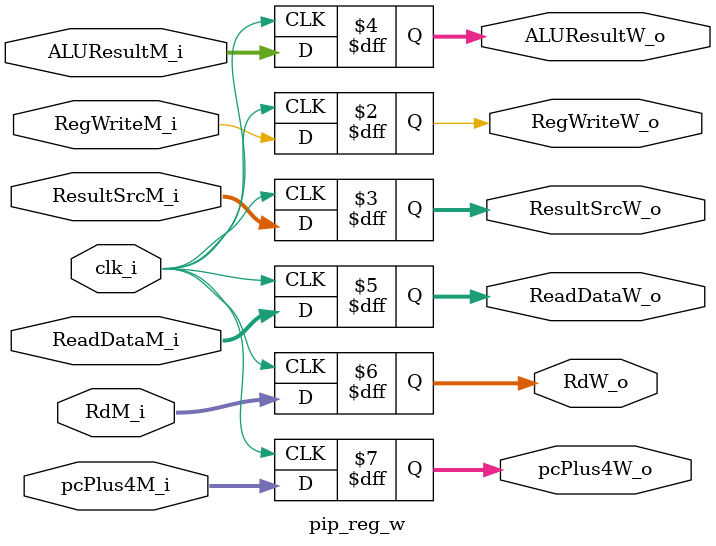
<source format=sv>
module pip_reg_w #(
    DATA_WIDTH = 32,
    PC_WIDTH = 32,
    REGISTER_ADDRESS_WIDTH = 5
)(
    input   logic                           clk_i,

    input   logic                           RegWriteM_i, //Memory
    output  logic                           RegWriteW_o, //Writeback
    
    input   logic [1:0]                     ResultSrcM_i, //Memory
    output  logic [1:0]                     ResultSrcW_o, //Writeback

    input   logic[DATA_WIDTH-1:0]           ALUResultM_i, //Memory
    output  logic[DATA_WIDTH-1:0]           ALUResultW_o, //WriteBack

    input   logic[DATA_WIDTH-1:0]           ReadDataM_i, //Memory
    output  logic[DATA_WIDTH-1:0]           ReadDataW_o, //WriteBack
    
    input   logic [REGISTER_ADDRESS_WIDTH-1:0]  RdM_i,
    output  logic [REGISTER_ADDRESS_WIDTH-1:0]  RdW_o,

    input   logic [PC_WIDTH-1:0]            pcPlus4M_i,
    output  logic [PC_WIDTH-1:0]            pcPlus4W_o
);

always_ff @(posedge clk_i) begin
    RegWriteW_o  <= RegWriteM_i;
    ResultSrcW_o <= ResultSrcM_i;
    ALUResultW_o <= ALUResultM_i;
    ReadDataW_o  <= ReadDataM_i;
    RdW_o        <= RdM_i;
    pcPlus4W_o   <= pcPlus4M_i;
end
endmodule
</source>
